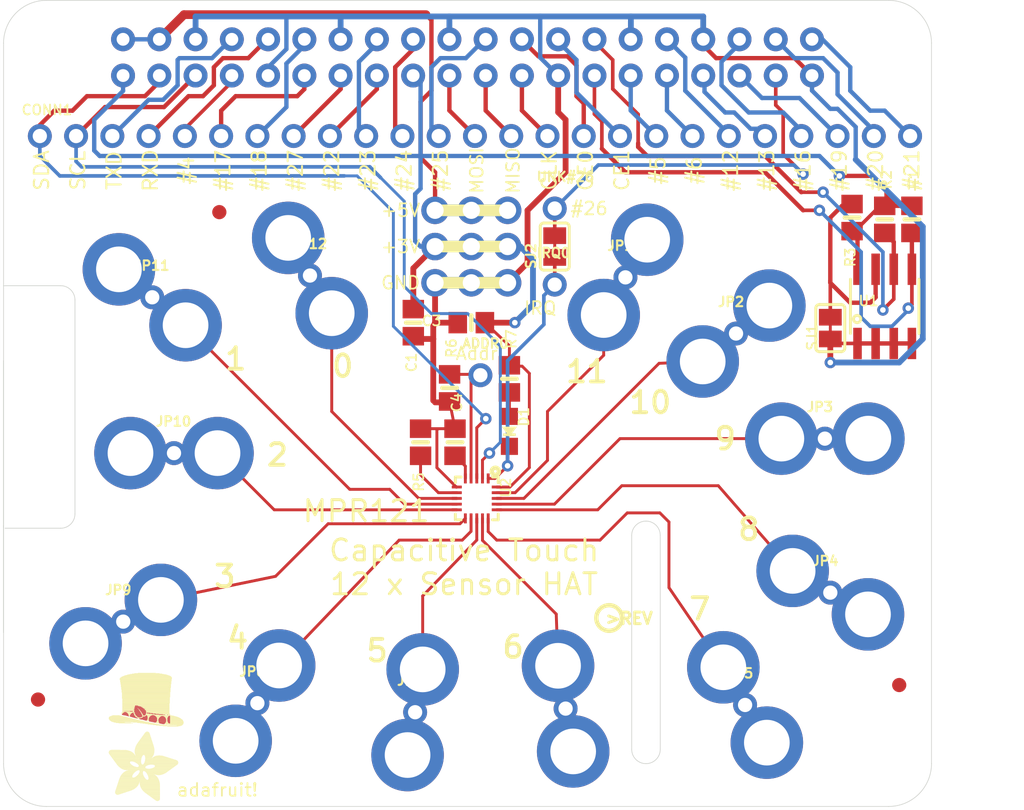
<source format=kicad_pcb>
(kicad_pcb (version 20211014) (generator pcbnew)
  (layers (0 "F.Cu" signal) (31 "B.Cu" signal) (34 "B.Paste" user) (35 "F.Paste" user) (36 "B.SilkS" user "B.Silkscreen") (37 "F.SilkS" user "F.Silkscreen") (38 "B.Mask" user) (39 "F.Mask" user) (44 "Edge.Cuts" user))
  (net 0 "")
  (net 1 "5.0V")
  (net 2 "SDA")
  (net 3 "SCL")
  (net 4 "GPIO4")
  (net 5 "GPIO17")
  (net 6 "GPIO27")
  (net 7 "GPIO22")
  (net 8 "SPI_MOSI")
  (net 9 "SPI_MISO")
  (net 10 "SPI_SCLK")
  (net 11 "GPIO5")
  (net 12 "GPIO6")
  (net 13 "GPIO13")
  (net 14 "GPIO19")
  (net 15 "GPIO26")
  (net 16 "3.3V")
  (net 17 "GND")
  (net 18 "TXD")
  (net 19 "RXD")
  (net 20 "GPIO18")
  (net 21 "GPIO24")
  (net 22 "GPIO25")
  (net 23 "SPI_CE0")
  (net 24 "SPI_CE1")
  (net 25 "EECLK")
  (net 26 "GPIO16")
  (net 27 "GPIO20")
  (net 28 "GPIO21")
  (net 29 "GPIO23")
  (net 30 "EEDATA")
  (net 31 "GPIO12")
  (net 32 "N$16")
  (net 33 "N$114")
  (net 34 "N$115")
  (net 35 "IRQ")
  (net 36 "ELEC0")
  (net 37 "ELEC1")
  (net 38 "ELEC2")
  (net 39 "ELEC3")
  (net 40 "ELEC4")
  (net 41 "ELEC5")
  (net 42 "ELEC6")
  (net 43 "ELEC7")
  (net 44 "ELEC8")
  (net 45 "ELEC9")
  (net 46 "ELEC10")
  (net 47 "ELEC11")
  (net 48 "N$116")
  (net 49 "ADDR")
  (footprint "boardEagle:0805-NO" (layer "F.Cu") (at 144.7031 99.3446 -90)
    (fp_text reference "C1")
    (fp_text value "10uF")
  )
  (footprint "boardEagle:FIDUCIAL_1MM" (layer "F.Cu") (at 131.1141 91.5976)
    (fp_text reference "FID1" hide)
    (fp_text value "FIDUCIAL\"\"" hide)
  )
  (footprint "boardEagle:SOIC8_150MIL" (layer "F.Cu") (at 177.7231 98.2016)
    (fp_text reference "U1")
    (fp_text value "CAT24C32")
  )
  (footprint "boardEagle:ALLIGATORCLIP" (layer "F.Cu") (at 127.9391 108.4886 90)
    (fp_text reference "AL3" hide)
    (fp_text value "ALLIGATORCLIP_MICRO" hide)
  )
  (footprint "boardEagle:ALLIGATORCLIP" (layer "F.Cu") (at 133.7811 126.0146 150)
    (fp_text reference "AL5" hide)
    (fp_text value "ALLIGATORCLIP_MICRO" hide)
  )
  (footprint "boardEagle:1X01_ROUND" (layer "F.Cu") (at 124.3831 120.2996)
    (fp_text reference "JP9")
    (fp_text value "")
  )
  (footprint "boardEagle:1X01_ROUND" (layer "F.Cu") (at 173.9131 118.2676)
    (fp_text reference "JP4")
    (fp_text value "")
  )
  (footprint "boardEagle:1X01_ROUND" (layer "F.Cu") (at 155.3711 126.3956)
    (fp_text reference "JP6")
    (fp_text value "")
  )
  (footprint "boardEagle:0805-NO" (layer "F.Cu") (at 148.7671 99.3446 180)
    (fp_text reference "C3")
    (fp_text value "0.1uF")
  )
  (footprint "boardEagle:ALLIGATORCLIP" (layer "F.Cu") (at 167.3091 100.1066 130)
    (fp_text reference "AL11" hide)
    (fp_text value "ALLIGATORCLIP_MICRO" hide)
  )
  (footprint "boardEagle:1X01_ROUND" (layer "F.Cu") (at 133.7811 126.0146)
    (fp_text reference "JP8")
    (fp_text value "")
  )
  (footprint "boardEagle:0805-NO" (layer "F.Cu") (at 147.6241 107.7266 90)
    (fp_text reference "C4")
    (fp_text value "0.1uF")
  )
  (footprint "boardEagle:0805-NO" (layer "F.Cu") (at 147.2431 103.9166 90)
    (fp_text reference "R6")
    (fp_text value "100K")
  )
  (footprint "boardEagle:1X01_ROUND" (layer "F.Cu") (at 149.4021 103.0276)
    (fp_text reference "ADDR0")
    (fp_text value "")
  )
  (footprint "boardEagle:PCBFEAT-REV-040" (layer "F.Cu") (at 158.4191 120.0456)
    (fp_text reference "U$6" hide)
    (fp_text value "" hide)
  )
  (footprint "boardEagle:ALLIGATORCLIP" (layer "F.Cu") (at 126.4151 97.5666 -130)
    (fp_text reference "AL2" hide)
    (fp_text value "ALLIGATORCLIP_MICRO" hide)
  )
  (footprint "boardEagle:0805-NO" (layer "F.Cu") (at 177.7231 92.1056 90)
    (fp_text reference "R2")
    (fp_text value "3.9K")
  )
  (footprint "boardEagle:QFN20_3MM_NOTHERMAL" (layer "F.Cu") (at 149.1481 111.6636 -90)
    (fp_text reference "U2")
    (fp_text value "MPR121")
  )
  (footprint "boardEagle:ALLIGATORCLIP" (layer "F.Cu") (at 173.5321 107.4726 90)
    (fp_text reference "AL10" hide)
    (fp_text value "ALLIGATORCLIP_MICRO" hide)
  )
  (footprint "boardEagle:ALLIGATORCLIP" (layer "F.Cu") (at 124.3831 120.2996 120)
    (fp_text reference "AL4" hide)
    (fp_text value "ALLIGATORCLIP_MICRO" hide)
  )
  (footprint "boardEagle:ALLIGATORCLIP" (layer "F.Cu") (at 155.3711 126.3956 -170)
    (fp_text reference "AL7" hide)
    (fp_text value "ALLIGATORCLIP_MICRO" hide)
  )
  (footprint "boardEagle:1X01_ROUND" (layer "F.Cu") (at 144.8301 126.6496)
    (fp_text reference "JP7")
    (fp_text value "")
  )
  (footprint "boardEagle:1X01_ROUND" (layer "F.Cu") (at 154.6091 96.6776)
    (fp_text reference "IRQ0")
    (fp_text value "")
  )
  (footprint "boardEagle:ALLIGATORCLIP" (layer "F.Cu") (at 137.4641 96.0426 -150)
    (fp_text reference "AL1" hide)
    (fp_text value "ALLIGATORCLIP_MICRO" hide)
  )
  (footprint "boardEagle:FIDUCIAL_1MM" (layer "F.Cu") (at 118.4141 125.7606)
    (fp_text reference "FID3" hide)
    (fp_text value "FIDUCIAL\"\"" hide)
  )
  (footprint "boardEagle:0805-NO" (layer "F.Cu") (at 151.4341 103.2816 90)
    (fp_text reference "R7")
    (fp_text value "1K")
  )
  (footprint "boardEagle:PI_HAT_SLOTS" (layer "F.Cu") (at 116.0011 133.2536)
    (fp_text reference "RPI1" hide)
    (fp_text value "RASPBERRYPI_BPLUS_HATSLOTS" hide)
    (fp_line (start 62 -56.5) (end 3 -56.5) (layer "Edge.Cuts") (width 0.05))
    (fp_line (start 46 -19) (end 46 -4) (layer "Edge.Cuts") (width 0.05))
    (fp_line (start 4 -36.5) (end 0 -36.5) (layer "Edge.Cuts") (width 0.05))
    (fp_line (start 0.1 -19.5) (end 4 -19.5) (layer "Edge.Cuts") (width 0.05))
    (fp_line (start 65 -3) (end 65 -53.5) (layer "Edge.Cuts") (width 0.05))
    (fp_line (start 3 0) (end 62 0) (layer "Edge.Cuts") (width 0.05))
    (fp_line (start 44 -4) (end 44 -19) (layer "Edge.Cuts") (width 0.05))
    (fp_line (start 0 -53.5) (end 0 -3) (layer "Edge.Cuts") (width 0.05))
    (fp_line (start 5 -20.5) (end 5 -35.5) (layer "Edge.Cuts") (width 0.05))
    (fp_arc (start 45 -3) (mid 44.292893 -3.292893) (end 44 -4) (layer "Edge.Cuts") (width 0.05))
    (fp_arc (start 0 -53.5) (mid 0.87868 -55.62132) (end 3 -56.5) (layer "Edge.Cuts") (width 0.05))
    (fp_arc (start 4 -36.5) (mid 4.707107 -36.207107) (end 5 -35.5) (layer "Edge.Cuts") (width 0.05))
    (fp_arc (start 45 -20) (mid 45.707107 -19.707107) (end 46 -19) (layer "Edge.Cuts") (width 0.05))
    (fp_arc (start 46 -4) (mid 45.707107 -3.292893) (end 45 -3) (layer "Edge.Cuts") (width 0.05))
    (fp_arc (start 65 -3) (mid 64.12132 -0.87868) (end 62 0) (layer "Edge.Cuts") (width 0.05))
    (fp_arc (start 62 -56.5) (mid 64.12132 -55.62132) (end 65 -53.5) (layer "Edge.Cuts") (width 0.05))
    (fp_arc (start 3 0) (mid 0.87868 -0.87868) (end 0 -3) (layer "Edge.Cuts") (width 0.05))
    (fp_arc (start 44 -19) (mid 44.292893 -19.707107) (end 45 -20) (layer "Edge.Cuts") (width 0.05))
    (fp_arc (start 5 -20.5) (mid 4.707107 -19.792893) (end 4 -19.5) (layer "Edge.Cuts") (width 0.05))
  )
  (footprint "boardEagle:SOLDERJUMPER_CLOSEDWIRE" (layer "F.Cu") (at 173.9131 99.7256 90)
    (fp_text reference "SJ1")
    (fp_text value "WP")
  )
  (footprint "boardEagle:ALLIGATORCLIP" (layer "F.Cu") (at 159.5621 96.1696 150)
    (fp_text reference "AL12" hide)
    (fp_text value "ALLIGATORCLIP_MICRO" hide)
  )
  (footprint "boardEagle:1X01_ROUND" (layer "F.Cu") (at 126.4151 97.5666)
    (fp_text reference "JP11")
    (fp_text value "")
  )
  (footprint "boardEagle:1X25_ROUND_70MIL" (layer "F.Cu") (at 149.0211 86.2636)
    (fp_text reference "CONN1")
    (fp_text value "HEADER-1X25")
  )
  (footprint "boardEagle:1X01_ROUND" (layer "F.Cu") (at 154.6091 91.3436)
    (fp_text reference "UNK#26")
    (fp_text value "")
  )
  (footprint "boardEagle:0805-NO" (layer "F.Cu") (at 179.6281 92.1056 90)
    (fp_text reference "R1")
    (fp_text value "3.9K")
  )
  (footprint "boardEagle:1X01_ROUND" (layer "F.Cu") (at 167.3091 100.1066)
    (fp_text reference "JP2")
    (fp_text value "")
  )
  (footprint "boardEagle:ALLIGATORCLIP" (layer "F.Cu") (at 173.9131 118.2676 -120)
    (fp_text reference "AL9" hide)
    (fp_text value "ALLIGATORCLIP_MICRO" hide)
  )
  (footprint "boardEagle:ADAFRUIT_5MM" (layer "F.Cu") (at 123.3671 132.8726)
    (fp_text reference "U$51" hide)
    (fp_text value "" hide)
  )
  (footprint "boardEagle:FIDUCIAL_1MM" (layer "F.Cu") (at 178.7391 124.7446)
    (fp_text reference "FID2" hide)
    (fp_text value "FIDUCIAL\"\"" hide)
  )
  (footprint "boardEagle:1X01_ROUND" (layer "F.Cu") (at 137.4641 96.0426)
    (fp_text reference "JP12")
    (fp_text value "")
  )
  (footprint "boardEagle:ALLIGATORCLIP" (layer "F.Cu") (at 167.9441 126.1416 -150)
    (fp_text reference "AL8" hide)
    (fp_text value "ALLIGATORCLIP_MICRO" hide)
  )
  (footprint "boardEagle:PIHATLOGO" (layer "F.Cu") (at 123.3671 127.6656)
    (fp_text reference "U$5" hide)
    (fp_text value "" hide)
  )
  (footprint "boardEagle:ALLIGATORCLIP" (layer "F.Cu") (at 144.8301 126.6496 170)
    (fp_text reference "AL6" hide)
    (fp_text value "ALLIGATORCLIP_MICRO" hide)
  )
  (footprint "boardEagle:1X01_ROUND" (layer "F.Cu") (at 173.5321 107.4726)
    (fp_text reference "JP3")
    (fp_text value "")
  )
  (footprint "boardEagle:1X01_ROUND" (layer "F.Cu") (at 167.9441 126.1416)
    (fp_text reference "JP5")
    (fp_text value "")
  )
  (footprint "boardEagle:0805-NO" (layer "F.Cu") (at 145.2111 107.7266 -90)
    (fp_text reference "R5")
    (fp_text value "75K")
  )
  (footprint "boardEagle:1X01_ROUND" (layer "F.Cu") (at 159.5621 96.1696)
    (fp_text reference "JP1")
    (fp_text value "")
  )
  (footprint "boardEagle:CHIPLED_0805_NOOUTLINE" (layer "F.Cu") (at 151.4341 106.9646 180)
    (fp_text reference "D1")
    (fp_text value "RED")
  )
  (footprint "boardEagle:SOLDERJUMPER_CLOSEDWIRE" (layer "F.Cu") (at 154.6091 94.0106 90)
    (fp_text reference "SJ2")
    (fp_text value "")
  )
  (footprint "boardEagle:0805-NO" (layer "F.Cu") (at 175.4371 91.9786 -90)
    (fp_text reference "R3")
    (fp_text value "3.9K")
  )
  (footprint "boardEagle:1X01_ROUND" (layer "F.Cu") (at 127.9391 108.4886)
    (fp_text reference "JP10")
    (fp_text value "")
  )
  (gr_line (start 146.2271 94.0106) (end 151.3071 94.0106) (layer "F.SilkS") (width 0.8128))
  (gr_line (start 146.2271 96.5506) (end 151.3071 96.5506) (layer "F.SilkS") (width 0.8128))
  (gr_line (start 146.2271 91.4706) (end 151.4341 91.4706) (layer "F.SilkS") (width 0.8128))
  (gr_line (start 116.0011 113.6956) (end 116.0011 113.5686) (layer "Edge.Cuts") (width 0.05))
  (gr_line (start 116.0011 121.0616) (end 116.0011 102.0116) (layer "Edge.Cuts") (width 0.05))
  (gr_text "8" (at 167.3091 114.7116) (layer "F.SilkS") (effects (font (size 1.5113 1.5113) (thickness 0.2667)) (justify left bottom)))
  (gr_text "RXD" (at 126.2881 88.6766 90) (layer "F.SilkS") (effects (font (size 1.00584 1.00584) (thickness 0.13716))))
  (gr_text "#24" (at 144.0681 88.6766 90) (layer "F.SilkS") (effects (font (size 1.00584 1.00584) (thickness 0.13716))))
  (gr_text "#17" (at 131.3681 88.6766 90) (layer "F.SilkS") (effects (font (size 1.00584 1.00584) (thickness 0.13716))))
  (gr_text "#16" (at 172.0081 88.6766 90) (layer "F.SilkS") (effects (font (size 1.00584 1.00584) (thickness 0.13716))))
  (gr_text "Addr" (at 149.1481 101.5036) (layer "F.SilkS") (effects (font (size 0.89408 0.89408) (thickness 0.12192))))
  (gr_text "TXD" (at 123.7481 88.6766 90) (layer "F.SilkS") (effects (font (size 1.00584 1.00584) (thickness 0.13716))))
  (gr_text "11" (at 155.2441 103.6626) (layer "F.SilkS") (effects (font (size 1.5113 1.5113) (thickness 0.2667)) (justify left bottom)))
  (gr_text "#26" (at 157.0221 91.3436) (layer "F.SilkS") (effects (font (size 0.89408 0.89408) (thickness 0.12192))))
  (gr_text "#6" (at 164.3881 88.6766 90) (layer "F.SilkS") (effects (font (size 1.00584 1.00584) (thickness 0.13716))))
  (gr_text "#22" (at 138.9881 88.6766 90) (layer "F.SilkS") (effects (font (size 1.00584 1.00584) (thickness 0.13716))))
  (gr_text "SDA" (at 118.6681 88.6766 90) (layer "F.SilkS") (effects (font (size 1.00584 1.00584) (thickness 0.13716))))
  (gr_text "SCL" (at 121.2081 88.6766 90) (layer "F.SilkS") (effects (font (size 1.00584 1.00584) (thickness 0.13716))))
  (gr_text "0" (at 138.8611 103.2816) (layer "F.SilkS") (effects (font (size 1.5113 1.5113) (thickness 0.2667)) (justify left bottom)))
  (gr_text "#25" (at 146.6081 88.6766 90) (layer "F.SilkS") (effects (font (size 1.00584 1.00584) (thickness 0.13716))))
  (gr_text "MOSI" (at 149.1481 88.6766 90) (layer "F.SilkS") (effects (font (size 0.89408 0.89408) (thickness 0.12192))))
  (gr_text "#19" (at 174.5481 88.6766 90) (layer "F.SilkS") (effects (font (size 1.00584 1.00584) (thickness 0.13716))))
  (gr_text "CE1" (at 159.3081 88.6766 90) (layer "F.SilkS") (effects (font (size 1.00584 1.00584) (thickness 0.13716))))
  (gr_text "GND" (at 143.8141 96.5506) (layer "F.SilkS") (effects (font (size 0.89408 0.89408) (thickness 0.12192))))
  (gr_text "2" (at 134.2891 109.5046) (layer "F.SilkS") (effects (font (size 1.5113 1.5113) (thickness 0.2667)) (justify left bottom)))
  (gr_text "9" (at 165.6581 108.3616) (layer "F.SilkS") (effects (font (size 1.5113 1.5113) (thickness 0.2667)) (justify left bottom)))
  (gr_text "IRQ" (at 153.5931 98.3286) (layer "F.SilkS") (effects (font (size 0.89408 0.89408) (thickness 0.12192))))
  (gr_text "#20" (at 177.0881 88.6766 90) (layer "F.SilkS") (effects (font (size 1.00584 1.00584) (thickness 0.13716))))
  (gr_text "1" (at 131.3681 102.7736) (layer "F.SilkS") (effects (font (size 1.5113 1.5113) (thickness 0.2667)) (justify left bottom)))
  (gr_text "#4" (at 128.8281 88.6766 90) (layer "F.SilkS") (effects (font (size 1.00584 1.00584) (thickness 0.13716))))
  (gr_text "5" (at 141.2741 123.2206) (layer "F.SilkS") (effects (font (size 1.5113 1.5113) (thickness 0.2667)) (justify left bottom)))
  (gr_text "#5" (at 161.8481 88.6766 90) (layer "F.SilkS") (effects (font (size 1.00584 1.00584) (thickness 0.13716))))
  (gr_text "+5V" (at 143.8141 91.4706) (layer "F.SilkS") (effects (font (size 0.89408 0.89408) (thickness 0.12192))))
  (gr_text "6" (at 150.7991 122.9666) (layer "F.SilkS") (effects (font (size 1.5113 1.5113) (thickness 0.2667)) (justify left bottom)))
  (gr_text "#12" (at 166.9281 88.6766 90) (layer "F.SilkS") (effects (font (size 1.00584 1.00584) (thickness 0.13716))))
  (gr_text "#13" (at 169.4681 88.6766 90) (layer "F.SilkS") (effects (font (size 1.00584 1.00584) (thickness 0.13716))))
  (gr_text "#27" (at 136.4481 88.6766 90) (layer "F.SilkS") (effects (font (size 1.00584 1.00584) (thickness 0.13716))))
  (gr_text "10" (at 159.6891 105.8216) (layer "F.SilkS") (effects (font (size 1.5113 1.5113) (thickness 0.2667)) (justify left bottom)))
  (gr_text "CLK" (at 154.2281 88.6766 90) (layer "F.SilkS") (effects (font (size 1.00584 1.00584) (thickness 0.13716))))
  (gr_text "#21" (at 179.6281 88.6766 90) (layer "F.SilkS") (effects (font (size 1.00584 1.00584) (thickness 0.13716))))
  (gr_text "+3V" (at 143.8141 94.0106) (layer "F.SilkS") (effects (font (size 0.89408 0.89408) (thickness 0.12192))))
  (gr_text "MPR121" (at 141.4011 112.5526) (layer "F.SilkS") (effects (font (size 1.475232 1.475232) (thickness 0.201168))))
  (gr_text "3" (at 130.6061 118.0136) (layer "F.SilkS") (effects (font (size 1.5113 1.5113) (thickness 0.2667)) (justify left bottom)))
  (gr_text "adafruit!" (at 128.0661 132.6186) (layer "F.SilkS") (effects (font (size 0.89408 0.89408) (thickness 0.12192)) (justify left bottom)))
  (gr_text "#23" (at 141.5281 88.6766 90) (layer "F.SilkS") (effects (font (size 1.00584 1.00584) (thickness 0.13716))))
  (gr_text "Capacitive Touch\n12 x Sensor HAT" (at 148.2591 116.4896) (layer "F.SilkS") (effects (font (size 1.475232 1.475232) (thickness 0.201168))))
  (gr_text "#18" (at 133.9081 88.6766 90) (layer "F.SilkS") (effects (font (size 1.00584 1.00584) (thickness 0.13716))))
  (gr_text "MISO" (at 151.6881 88.6766 90) (layer "F.SilkS") (effects (font (size 0.89408 0.89408) (thickness 0.12192))))
  (gr_text "7" (at 163.8801 120.2996) (layer "F.SilkS") (effects (font (size 1.5113 1.5113) (thickness 0.2667)) (justify left bottom)))
  (gr_text "CE0" (at 156.7681 88.6766 90) (layer "F.SilkS") (effects (font (size 1.00584 1.00584) (thickness 0.13716))))
  (gr_text "4" (at 131.4951 122.3316) (layer "F.SilkS") (effects (font (size 1.5113 1.5113) (thickness 0.2667)) (justify left bottom)))
  (segment (start 126.9111 79.4836) (end 128.6401 77.7546) (width 0.6096) (layer "F.Cu") (net 1))
  (segment (start 145.2111 87.7876) (end 145.2111 83.8506) (width 0.3048) (layer "F.Cu") (net 1))
  (segment (start 145.9731 78.1356) (end 145.5921 77.7546) (width 0.3048) (layer "F.Cu") (net 1))
  (segment (start 145.9731 83.0886) (end 145.9731 78.1356) (width 0.3048) (layer "F.Cu") (net 1))
  (segment (start 128.6401 77.7546) (end 145.5921 77.7546) (width 0.6096) (layer "F.Cu") (net 1))
  (segment (start 146.2271 88.8036) (end 145.2111 87.7876) (width 0.3048) (layer "F.Cu") (net 1))
  (segment (start 145.2111 83.8506) (end 145.9731 83.0886) (width 0.3048) (layer "F.Cu") (net 1))
  (segment (start 146.2271 91.4706) (end 146.2271 88.8036) (width 0.3048) (layer "F.Cu") (net 1))
  (via (at 146.2271 91.4706) (size 1.9304) (drill 1.2) (layers "F.Cu" "B.Cu") (net 1))
  (via (at 148.7671 91.4706) (size 1.9304) (drill 1.2) (layers "F.Cu" "B.Cu") (net 1))
  (via (at 151.3071 91.4706) (size 1.9304) (drill 1.2) (layers "F.Cu" "B.Cu") (net 1))
  (segment (start 151.3071 91.4706) (end 148.7671 91.4706) (width 0.8128) (layer "B.Cu") (net 1))
  (segment (start 126.9111 79.4836) (end 124.3711 79.4836) (width 0.3048) (layer "B.Cu") (net 1))
  (segment (start 148.7671 91.4706) (end 146.2271 91.4706) (width 0.8128) (layer "B.Cu") (net 1))
  (segment (start 120.8271 84.4856) (end 121.8431 83.4696) (width 0.3048) (layer "F.Cu") (net 2))
  (segment (start 126.9111 82.4656) (end 126.9111 82.0236) (width 0.3048) (layer "F.Cu") (net 2))
  (segment (start 121.8431 83.4696) (end 125.9071 83.4696) (width 0.3048) (layer "F.Cu") (net 2))
  (segment (start 119.5571 84.4856) (end 120.8271 84.4856) (width 0.3048) (layer "F.Cu") (net 2))
  (segment (start 125.9071 83.4696) (end 126.9111 82.4656) (width 0.3048) (layer "F.Cu") (net 2))
  (segment (start 149.1481 106.7106) (end 149.7831 106.0756) (width 0.2032) (layer "F.Cu") (net 2))
  (segment (start 118.5411 85.5016) (end 119.5571 84.4856) (width 0.3048) (layer "F.Cu") (net 2))
  (segment (start 118.5411 86.2636) (end 118.5411 85.5016) (width 0.3048) (layer "F.Cu") (net 2))
  (segment (start 149.1481 110.2636) (end 149.1481 106.7106) (width 0.2032) (layer "F.Cu") (net 2))
  (via (at 149.7831 106.0756) (size 0.8001) (drill 0.3937) (layers "F.Cu" "B.Cu") (net 2))
  (segment (start 149.7831 106.0756) (end 143.3061 99.5986) (width 0.2032) (layer "B.Cu") (net 2))
  (segment (start 118.5411 85.7556) (end 118.5411 86.2636) (width 0.254) (layer "B.Cu") (net 2))
  (segment (start 143.3061 91.5976) (end 140.7661 89.0576) (width 0.2032) (layer "B.Cu") (net 2))
  (segment (start 140.7661 89.0576) (end 139.8771 89.0576) (width 0.2032) (layer "B.Cu") (net 2))
  (segment (start 119.9381 89.0576) (end 118.5411 87.6606) (width 0.254) (layer "B.Cu") (net 2))
  (segment (start 139.8771 89.0576) (end 119.9381 89.0576) (width 0.254) (layer "B.Cu") (net 2))
  (segment (start 143.3061 99.5986) (end 143.3061 91.5976) (width 0.2032) (layer "B.Cu") (net 2))
  (segment (start 118.5411 87.6606) (end 118.5411 86.2636) (width 0.254) (layer "B.Cu") (net 2))
  (segment (start 149.5481 110.2636) (end 149.5481 108.9776) (width 0.2032) (layer "F.Cu") (net 3))
  (segment (start 121.0811 86.2636) (end 123.1131 84.2316) (width 0.3048) (layer "F.Cu") (net 3))
  (segment (start 123.1131 84.2316) (end 127.2431 84.2316) (width 0.3048) (layer "F.Cu") (net 3))
  (segment (start 127.2431 84.2316) (end 129.4511 82.0236) (width 0.3048) (layer "F.Cu") (net 3))
  (segment (start 149.5481 108.9776) (end 150.0371 108.4886) (width 0.2032) (layer "F.Cu") (net 3))
  (via (at 150.0371 108.4886) (size 0.8001) (drill 0.3937) (layers "F.Cu" "B.Cu") (net 3))
  (segment (start 145.9731 98.7096) (end 144.0681 96.8046) (width 0.2032) (layer "B.Cu") (net 3))
  (segment (start 144.0681 96.8046) (end 144.0681 90.8356) (width 0.2032) (layer "B.Cu") (net 3))
  (segment (start 121.4621 88.4226) (end 121.0811 88.0416) (width 0.254) (layer "B.Cu") (net 3))
  (segment (start 150.7991 100.9956) (end 148.5131 98.7096) (width 0.2032) (layer "B.Cu") (net 3))
  (segment (start 150.0371 108.4886) (end 150.7991 107.7266) (width 0.2032) (layer "B.Cu") (net 3))
  (segment (start 150.7991 107.7266) (end 150.7991 100.9956) (width 0.2032) (layer "B.Cu") (net 3))
  (segment (start 148.5131 98.7096) (end 145.9731 98.7096) (width 0.2032) (layer "B.Cu") (net 3))
  (segment (start 141.6551 88.4226) (end 121.4621 88.4226) (width 0.254) (layer "B.Cu") (net 3))
  (segment (start 142.4171 89.1846) (end 141.6551 88.4226) (width 0.254) (layer "B.Cu") (net 3))
  (segment (start 144.0681 90.8356) (end 142.4171 89.1846) (width 0.2032) (layer "B.Cu") (net 3))
  (segment (start 121.0811 88.0416) (end 121.0811 86.2636) (width 0.254) (layer "B.Cu") (net 3))
  (segment (start 128.7011 85.7556) (end 128.7011 86.2636) (width 0.254) (layer "F.Cu") (net 4))
  (segment (start 131.9911 82.4656) (end 128.7011 85.7556) (width 0.254) (layer "F.Cu") (net 4))
  (segment (start 131.9911 82.4656) (end 131.9911 82.0236) (width 0.3048) (layer "F.Cu") (net 4))
  (segment (start 137.0711 82.9736) (end 137.0711 82.0236) (width 0.3048) (layer "F.Cu") (net 5))
  (segment (start 132.2571 83.4696) (end 136.5751 83.4696) (width 0.3048) (layer "F.Cu") (net 5))
  (segment (start 136.5751 83.4696) (end 137.0711 82.9736) (width 0.3048) (layer "F.Cu") (net 5))
  (segment (start 131.2411 86.2636) (end 131.2411 84.4856) (width 0.3048) (layer "F.Cu") (net 5))
  (segment (start 131.2411 84.4856) (end 132.2571 83.4696) (width 0.3048) (layer "F.Cu") (net 5))
  (segment (start 136.3211 86.2636) (end 139.6111 82.9736) (width 0.3048) (layer "F.Cu") (net 6))
  (segment (start 139.6111 82.9736) (end 139.6111 82.0236) (width 0.3048) (layer "F.Cu") (net 6))
  (segment (start 142.1511 82.9736) (end 142.1511 82.0236) (width 0.3048) (layer "F.Cu") (net 7))
  (segment (start 138.8611 86.2636) (end 142.1511 82.9736) (width 0.3048) (layer "F.Cu") (net 7))
  (segment (start 149.0211 86.2636) (end 147.2311 84.4736) (width 0.3048) (layer "F.Cu") (net 8))
  (segment (start 147.2311 84.4736) (end 147.2311 82.0236) (width 0.3048) (layer "F.Cu") (net 8))
  (segment (start 151.5611 86.2636) (end 149.7711 84.4736) (width 0.3048) (layer "F.Cu") (net 9))
  (segment (start 149.7711 84.4736) (end 149.7711 82.0236) (width 0.3048) (layer "F.Cu") (net 9))
  (segment (start 154.1011 86.2636) (end 152.3111 84.4736) (width 0.3048) (layer "F.Cu") (net 10))
  (segment (start 152.3111 84.4736) (end 152.3111 82.0236) (width 0.3048) (layer "F.Cu") (net 10))
  (segment (start 159.9311 82.0236) (end 159.9311 84.4736) (width 0.3048) (layer "B.Cu") (net 11))
  (segment (start 159.9311 84.4736) (end 161.7211 86.2636) (width 0.3048) (layer "B.Cu") (net 11))
  (segment (start 162.4711 84.4736) (end 164.2611 86.2636) (width 0.3048) (layer "B.Cu") (net 12))
  (segment (start 162.4711 82.0236) (end 162.4711 84.4736) (width 0.3048) (layer "B.Cu") (net 12))
  (segment (start 167.1821 84.6126) (end 168.3251 85.7556) (width 0.3048) (layer "B.Cu") (net 13))
  (segment (start 168.8331 85.7556) (end 169.3411 86.2636) (width 0.3048) (layer "B.Cu") (net 13))
  (segment (start 165.1011 83.1666) (end 166.5471 84.6126) (width 0.3048) (layer "B.Cu") (net 13))
  (segment (start 168.3251 85.7556) (end 168.8331 85.7556) (width 0.3048) (layer "B.Cu") (net 13))
  (segment (start 165.1011 82.0236) (end 165.1011 83.1666) (width 0.3048) (layer "B.Cu") (net 13))
  (segment (start 165.0111 82.0236) (end 165.1011 82.0236) (width 0.3048) (layer "B.Cu") (net 13))
  (segment (start 166.5471 84.6126) (end 167.1821 84.6126) (width 0.3048) (layer "B.Cu") (net 13))
  (segment (start 171.7541 83.5966) (end 174.4211 86.2636) (width 0.3048) (layer "B.Cu") (net 14))
  (segment (start 167.5511 82.0236) (end 169.1241 83.5966) (width 0.3048) (layer "B.Cu") (net 14))
  (segment (start 169.1241 83.5966) (end 171.7541 83.5966) (width 0.3048) (layer "B.Cu") (net 14))
  (segment (start 170.0911 84.0926) (end 170.0911 82.0236) (width 0.254) (layer "F.Cu") (net 15))
  (segment (start 172.0081 88.9306) (end 170.6111 87.5336) (width 0.254) (layer "F.Cu") (net 15))
  (segment (start 154.6091 91.3436) (end 154.6091 93.2486) (width 0.254) (layer "F.Cu") (net 15))
  (segment (start 170.6111 87.5336) (end 170.6111 84.6126) (width 0.254) (layer "F.Cu") (net 15))
  (segment (start 170.6111 84.6126) (end 170.0911 84.0926) (width 0.254) (layer "F.Cu") (net 15))
  (via (at 172.0081 88.9306) (size 0.8001) (drill 0.3937) (layers "F.Cu" "B.Cu") (net 15))
  (segment (start 157.6571 88.2956) (end 171.3731 88.2956) (width 0.254) (layer "B.Cu") (net 15))
  (segment (start 171.3731 88.2956) (end 172.0081 88.9306) (width 0.254) (layer "B.Cu") (net 15))
  (segment (start 154.6091 91.3436) (end 157.6571 88.2956) (width 0.254) (layer "B.Cu") (net 15))
  (segment (start 146.2271 94.0106) (end 144.7031 95.5346) (width 0.4064) (layer "F.Cu") (net 16))
  (segment (start 179.6281 91.1556) (end 177.7231 91.1556) (width 0.3048) (layer "F.Cu") (net 16))
  (segment (start 175.8181 92.7406) (end 177.4031 91.1556) (width 0.254) (layer "F.Cu") (net 16))
  (segment (start 151.5001 102.3926) (end 151.4341 102.3316) (width 0.2032) (layer "F.Cu") (net 16))
  (segment (start 151.4341 100.9616) (end 149.7171 99.3446) (width 0.2032) (layer "F.Cu") (net 16))
  (segment (start 152.8311 109.5046) (end 152.8311 102.9006) (width 0.2032) (layer "F.Cu") (net 16))
  (segment (start 175.4371 92.9286) (end 175.8181 92.7406) (width 0.254) (layer "F.Cu") (net 16))
  (segment (start 151.4341 102.3316) (end 151.4341 100.9616) (width 0.2032) (layer "F.Cu") (net 16))
  (segment (start 177.8501 91.0286) (end 177.7231 91.1556) (width 0.3048) (layer "F.Cu") (net 16))
  (segment (start 144.7031 95.5346) (end 144.7031 98.3946) (width 0.4064) (layer "F.Cu") (net 16))
  (segment (start 177.4031 91.1556) (end 177.7231 91.1556) (width 0.254) (layer "F.Cu") (net 16))
  (segment (start 150.5481 110.8636) (end 151.4721 110.8636) (width 0.2032) (layer "F.Cu") (net 16))
  (segment (start 174.5481 89.0576) (end 176.8341 89.0576) (width 0.3048) (layer "F.Cu") (net 16))
  (segment (start 152.3231 102.3926) (end 151.5001 102.3926) (width 0.2032) (layer "F.Cu") (net 16))
  (segment (start 149.7171 99.3446) (end 151.8151 99.3446) (width 0.4064) (layer "F.Cu") (net 16))
  (segment (start 176.8341 89.0576) (end 177.8501 90.0736) (width 0.3048) (layer "F.Cu") (net 16))
  (segment (start 175.8181 93.3096) (end 175.4371 92.9286) (width 0.3048) (layer "F.Cu") (net 16))
  (segment (start 151.4721 110.8636) (end 152.8311 109.5046) (width 0.2032) (layer "F.Cu") (net 16))
  (segment (start 177.8501 90.0736) (end 177.8501 91.0286) (width 0.3048) (layer "F.Cu") (net 16))
  (segment (start 152.8311 102.9006) (end 152.3231 102.3926) (width 0.2032) (layer "F.Cu") (net 16))
  (segment (start 175.8181 95.6016) (end 175.8181 93.3096) (width 0.3048) (layer "F.Cu") (net 16))
  (via (at 146.2271 94.0106) (size 1.9304) (drill 1.2) (layers "F.Cu" "B.Cu") (net 16))
  (via (at 151.3071 94.0106) (size 1.9304) (drill 1.2) (layers "F.Cu" "B.Cu") (net 16))
  (via (at 148.7671 94.0106) (size 1.9304) (drill 1.2) (layers "F.Cu" "B.Cu") (net 16))
  (via (at 151.8151 99.3446) (size 0.8001) (drill 0.3937) (layers "F.Cu" "B.Cu") (net 16))
  (via (at 174.5481 89.0576) (size 0.8001) (drill 0.3937) (layers "F.Cu" "B.Cu") (net 16))
  (segment (start 124.3711 82.0236) (end 124.3711 83.1006) (width 0.3048) (layer "B.Cu") (net 16))
  (segment (start 145.2111 89.9466) (end 144.8301 90.3276) (width 0.3048) (layer "B.Cu") (net 16))
  (segment (start 152.1961 94.0106) (end 151.3071 94.0106) (width 0.4064) (layer "B.Cu") (net 16))
  (segment (start 153.0851 98.0746) (end 153.0851 94.8996) (width 0.4064) (layer "B.Cu") (net 16))
  (segment (start 122.3511 85.1206) (end 122.3511 87.2796) (width 0.3048) (layer "B.Cu") (net 16))
  (segment (start 145.2111 82.5436) (end 145.2111 87.6606) (width 0.3048) (layer "B.Cu") (net 16))
  (segment (start 122.7321 87.6606) (end 145.2111 87.6606) (width 0.3048) (layer "B.Cu") (net 16))
  (segment (start 144.8301 90.3276) (end 144.8301 93.6296) (width 0.3048) (layer "B.Cu") (net 16))
  (segment (start 146.2271 94.0106) (end 146.8621 94.0106) (width 0.8128) (layer "B.Cu") (net 16))
  (segment (start 148.7671 94.0106) (end 151.3071 94.0106) (width 0.8128) (layer "B.Cu") (net 16))
  (segment (start 144.8301 93.6296) (end 145.2111 94.0106) (width 0.3048) (layer "B.Cu") (net 16))
  (segment (start 145.2111 87.6606) (end 173.1511 87.6606) (width 0.3048) (layer "B.Cu") (net 16))
  (segment (start 144.6911 82.0236) (end 145.2111 82.5436) (width 0.3048) (layer "B.Cu") (net 16))
  (segment (start 151.8151 99.3446) (end 153.0851 98.0746) (width 0.4064) (layer "B.Cu") (net 16))
  (segment (start 173.1511 87.6606) (end 174.5481 89.0576) (width 0.3048) (layer "B.Cu") (net 16))
  (segment (start 145.2111 87.6606) (end 145.2111 89.9466) (width 0.3048) (layer "B.Cu") (net 16))
  (segment (start 146.8621 94.0106) (end 148.7671 94.0106) (width 0.8128) (layer "B.Cu") (net 16))
  (segment (start 124.3711 83.1006) (end 122.3511 85.1206) (width 0.3048) (layer "B.Cu") (net 16))
  (segment (start 122.3511 87.2796) (end 122.7321 87.6606) (width 0.3048) (layer "B.Cu") (net 16))
  (segment (start 153.0851 94.8996) (end 152.1961 94.0106) (width 0.4064) (layer "B.Cu") (net 16))
  (segment (start 145.2111 94.0106) (end 146.8621 94.0106) (width 0.3048) (layer "B.Cu") (net 16))
  (segment (start 155.3711 85.1206) (end 155.3711 88.8036) (width 0.4064) (layer "F.Cu") (net 17))
  (segment (start 146.2271 104.9326) (end 146.1001 104.8056) (width 0.2032) (layer "F.Cu") (net 17))
  (segment (start 165.0111 79.4836) (end 165.0111 79.9016) (width 0.3048) (layer "F.Cu") (net 17))
  (segment (start 155.3711 88.8036) (end 152.7041 91.4706) (width 0.4064) (layer "F.Cu") (net 17))
  (segment (start 146.1001 99.5986) (end 146.2271 99.3446) (width 0.4064) (layer "F.Cu") (net 17))
  (segment (start 146.446981 106.7766) (end 146.3541 106.869482) (width 0.2032) (layer "F.Cu") (net 17))
  (segment (start 144.8961 100.4876) (end 146.1001 100.4876) (width 0.4064) (layer "F.Cu") (net 17))
  (segment (start 145.2111 106.7766) (end 146.446981 106.7766) (width 0.2032) (layer "F.Cu") (net 17))
  (segment (start 177.0881 100.8016) (end 175.8181 100.8016) (width 0.3048) (layer "F.Cu") (net 17))
  (segment (start 178.3581 100.8016) (end 179.6281 100.8016) (width 0.3048) (layer "F.Cu") (net 17))
  (segment (start 178.3581 100.8016) (end 177.0881 100.8016) (width 0.3048) (layer "F.Cu") (net 17))
  (segment (start 154.8511 84.6006) (end 155.3711 85.1206) (width 0.4064) (layer "F.Cu") (net 17))
  (segment (start 147.7131 110.8636) (end 147.7481 110.8636) (width 0.2032) (layer "F.Cu") (net 17))
  (segment (start 165.0111 79.9016) (end 165.9121 80.8026) (width 0.3048) (layer "F.Cu") (net 17))
  (segment (start 171.4101 80.8026) (end 172.6311 82.0236) (width 0.3048) (layer "F.Cu") (net 17))
  (segment (start 152.7041 95.1536) (end 151.3071 96.5506) (width 0.4064) (layer "F.Cu") (net 17))
  (segment (start 146.3541 106.869482) (end 146.3541 109.5046) (width 0.2032) (layer "F.Cu") (net 17))
  (segment (start 173.9131 100.4876) (end 174.2271 100.8016) (width 0.254) (layer "F.Cu") (net 17))
  (segment (start 146.446981 106.7766) (end 147.6241 106.7766) (width 0.2032) (layer "F.Cu") (net 17))
  (segment (start 146.2271 99.3446) (end 146.2271 96.5506) (width 0.4064) (layer "F.Cu") (net 17))
  (segment (start 146.2271 99.3446) (end 147.8171 99.3446) (width 0.4064) (layer "F.Cu") (net 17))
  (segment (start 146.1001 104.8056) (end 146.1001 100.4876) (width 0.4064) (layer "F.Cu") (net 17))
  (segment (start 173.9131 100.4876) (end 173.9131 102.1386) (width 0.4064) (layer "F.Cu") (net 17))
  (segment (start 174.2271 100.8016) (end 175.8181 100.8016) (width 0.254) (layer "F.Cu") (net 17))
  (segment (start 154.8511 82.0236) (end 154.8511 84.6006) (width 0.4064) (layer "F.Cu") (net 17))
  (segment (start 146.3541 109.5046) (end 147.7131 110.8636) (width 0.2032) (layer "F.Cu") (net 17))
  (segment (start 165.9121 80.8026) (end 171.4101 80.8026) (width 0.3048) (layer "F.Cu") (net 17))
  (segment (start 147.2431 104.8666) (end 147.6241 106.7766) (width 0.2032) (layer "F.Cu") (net 17))
  (segment (start 147.2431 104.8666) (end 147.5581 104.9326) (width 0.2032) (layer "F.Cu") (net 17))
  (segment (start 152.7041 91.4706) (end 152.7041 95.1536) (width 0.4064) (layer "F.Cu") (net 17))
  (segment (start 144.7031 100.2946) (end 144.8961 100.4876) (width 0.4064) (layer "F.Cu") (net 17))
  (segment (start 147.5581 104.9326) (end 146.2271 104.9326) (width 0.4064) (layer "F.Cu") (net 17))
  (segment (start 146.1001 100.4876) (end 146.1001 99.5986) (width 0.4064) (layer "F.Cu") (net 17))
  (via (at 148.7671 96.5506) (size 1.9304) (drill 1.2) (layers "F.Cu" "B.Cu") (net 17))
  (via (at 146.2271 96.5506) (size 1.9304) (drill 1.2) (layers "F.Cu" "B.Cu") (net 17))
  (via (at 173.9131 102.1386) (size 0.8001) (drill 0.3937) (layers "F.Cu" "B.Cu") (net 17))
  (via (at 151.3071 96.5506) (size 1.9304) (drill 1.2) (layers "F.Cu" "B.Cu") (net 17))
  (segment (start 159.9431 79.4836) (end 159.9311 79.4836) (width 0.4064) (layer "B.Cu") (net 17))
  (segment (start 174.4211 84.3586) (end 175.6911 85.6286) (width 0.3048) (layer "B.Cu") (net 17))
  (segment (start 148.7671 96.5506) (end 151.3071 96.5506) (width 0.8128) (layer "B.Cu") (net 17))
  (segment (start 165.0111 77.8816) (end 159.9431 77.8816) (width 0.4064) (layer "B.Cu") (net 17))
  (segment (start 159.9431 77.8816) (end 159.9431 79.4836) (width 0.4064) (layer "B.Cu") (net 17))
  (segment (start 139.6111 79.4836) (end 139.6111 77.8816) (width 0.4064) (layer "B.Cu") (net 17))
  (segment (start 153.5931 77.8816) (end 159.9431 77.8816) (width 0.4064) (layer "B.Cu") (net 17))
  (segment (start 147.2311 79.4836) (end 147.2311 77.8816) (width 0.4064) (layer "B.Cu") (net 17))
  (segment (start 135.8131 78.0086) (end 135.9401 77.8816) (width 0.3048) (layer "B.Cu") (net 17))
  (segment (start 135.8131 80.1676) (end 135.8131 78.0086) (width 0.3048) (layer "B.Cu") (net 17))
  (segment (start 147.2311 77.8816) (end 153.5931 77.8816) (width 0.4064) (layer "B.Cu") (net 17))
  (segment (start 134.5311 81.4496) (end 135.8131 80.1676) (width 0.3048) (layer "B.Cu") (net 17))
  (segment (start 173.9131 84.3586) (end 174.4211 84.3586) (width 0.3048) (layer "B.Cu") (net 17))
  (segment (start 172.6311 82.0236) (end 172.6311 83.0766) (width 0.3048) (layer "B.Cu") (net 17))
  (segment (start 180.3901 100.4876) (end 180.3901 92.6136) (width 0.4064) (layer "B.Cu") (net 17))
  (segment (start 129.4511 79.4836) (end 129.4511 77.8816) (width 0.4064) (layer "B.Cu") (net 17))
  (segment (start 175.6911 85.6286) (end 175.6911 87.9146) (width 0.3048) (layer "B.Cu") (net 17))
  (segment (start 134.5311 82.2116) (end 134.5311 82.0236) (width 0.3048) (layer "B.Cu") (net 17))
  (segment (start 135.9401 77.8816) (end 139.6111 77.8816) (width 0.4064) (layer "B.Cu") (net 17))
  (segment (start 165.0111 79.4836) (end 165.0111 77.8816) (width 0.4064) (layer "B.Cu") (net 17))
  (segment (start 146.2271 96.5506) (end 148.7671 96.5506) (width 0.8128) (layer "B.Cu") (net 17))
  (segment (start 178.7391 102.1386) (end 180.3901 100.4876) (width 0.4064) (layer "B.Cu") (net 17))
  (segment (start 173.9131 102.1386) (end 178.7391 102.1386) (width 0.4064) (layer "B.Cu") (net 17))
  (segment (start 180.3901 92.6136) (end 175.6911 87.9146) (width 0.4064) (layer "B.Cu") (net 17))
  (segment (start 139.6111 77.8816) (end 147.2311 77.8816) (width 0.4064) (layer "B.Cu") (net 17))
  (segment (start 153.5931 80.7656) (end 153.5931 77.8816) (width 0.3048) (layer "B.Cu") (net 17))
  (segment (start 134.5311 82.0236) (end 134.5311 81.4496) (width 0.3048) (layer "B.Cu") (net 17))
  (segment (start 172.6311 83.0766) (end 173.9131 84.3586) (width 0.3048) (layer "B.Cu") (net 17))
  (segment (start 154.8511 82.0236) (end 153.5931 80.7656) (width 0.3048) (layer "B.Cu") (net 17))
  (segment (start 129.4511 77.8816) (end 135.9401 77.8816) (width 0.4064) (layer "B.Cu") (net 17))
  (segment (start 128.1931 80.9296) (end 128.3201 80.8026) (width 0.3048) (layer "B.Cu") (net 18))
  (segment (start 127.1771 83.7236) (end 128.1931 82.7076) (width 0.3048) (layer "B.Cu") (net 18))
  (segment (start 128.3201 80.8026) (end 130.6061 80.8026) (width 0.3048) (layer "B.Cu") (net 18))
  (segment (start 123.6211 86.2636) (end 126.1611 83.7236) (width 0.3048) (layer "B.Cu") (net 18))
  (segment (start 126.1611 83.7236) (end 127.1771 83.7236) (width 0.3048) (layer "B.Cu") (net 18))
  (segment (start 131.9251 79.4836) (end 131.9911 79.4836) (width 0.3048) (layer "B.Cu") (net 18))
  (segment (start 130.6061 80.8026) (end 131.9251 79.4836) (width 0.3048) (layer "B.Cu") (net 18))
  (segment (start 128.1931 82.7076) (end 128.1931 80.9296) (width 0.3048) (layer "B.Cu") (net 18))
  (segment (start 130.7331 82.7076) (end 130.7331 81.4376) (width 0.3048) (layer "F.Cu") (net 19))
  (segment (start 133.1461 80.8026) (end 134.4651 79.4836) (width 0.3048) (layer "F.Cu") (net 19))
  (segment (start 129.9711 83.4696) (end 130.7331 82.7076) (width 0.3048) (layer "F.Cu") (net 19))
  (segment (start 134.4651 79.4836) (end 134.5311 79.4836) (width 0.3048) (layer "F.Cu") (net 19))
  (segment (start 130.7331 81.4376) (end 131.3681 80.8026) (width 0.3048) (layer "F.Cu") (net 19))
  (segment (start 131.3681 80.8026) (end 133.1461 80.8026) (width 0.3048) (layer "F.Cu") (net 19))
  (segment (start 128.9551 83.4696) (end 129.9711 83.4696) (width 0.3048) (layer "F.Cu") (net 19))
  (segment (start 126.1611 86.2636) (end 128.9551 83.4696) (width 0.3048) (layer "F.Cu") (net 19))
  (segment (start 135.8131 84.2316) (end 135.8131 81.1836) (width 0.3048) (layer "B.Cu") (net 20))
  (segment (start 137.0711 79.9256) (end 137.0711 79.4836) (width 0.3048) (layer "B.Cu") (net 20))
  (segment (start 133.7811 86.2636) (end 135.8131 84.2316) (width 0.3048) (layer "B.Cu") (net 20))
  (segment (start 135.8131 81.1836) (end 137.0711 79.9256) (width 0.3048) (layer "B.Cu") (net 20))
  (segment (start 144.6911 80.1796) (end 144.6911 79.4836) (width 0.3048) (layer "F.Cu") (net 21))
  (segment (start 143.9411 86.2636) (end 143.4331 85.7556) (width 0.3048) (layer "F.Cu") (net 21))
  (segment (start 143.4331 85.7556) (end 143.4331 81.4376) (width 0.3048) (layer "F.Cu") (net 21))
  (segment (start 143.4331 81.4376) (end 144.6911 80.1796) (width 0.3048) (layer "F.Cu") (net 21))
  (segment (start 148.3861 80.8026) (end 149.7051 79.4836) (width 0.3048) (layer "B.Cu") (net 22))
  (segment (start 146.4811 86.2636) (end 145.9731 85.7556) (width 0.3048) (layer "B.Cu") (net 22))
  (segment (start 149.7051 79.4836) (end 149.7711 79.4836) (width 0.3048) (layer "B.Cu") (net 22))
  (segment (start 146.6081 80.8026) (end 148.3861 80.8026) (width 0.3048) (layer "B.Cu") (net 22))
  (segment (start 145.9731 85.7556) (end 145.9731 81.4376) (width 0.3048) (layer "B.Cu") (net 22))
  (segment (start 145.9731 81.4376) (end 146.6081 80.8026) (width 0.3048) (layer "B.Cu") (net 22))
  (segment (start 156.1331 81.3106) (end 155.4981 80.6756) (width 0.3048) (layer "F.Cu") (net 23))
  (segment (start 152.3111 79.7746) (end 152.3111 79.4836) (width 0.3048) (layer "F.Cu") (net 23))
  (segment (start 156.6411 86.2636) (end 156.6411 83.9776) (width 0.3048) (layer "F.Cu") (net 23))
  (segment (start 152.5651 79.7746) (end 152.3111 79.7746) (width 0.3048) (layer "F.Cu") (net 23))
  (segment (start 156.6411 83.9776) (end 156.1331 83.4696) (width 0.3048) (layer "F.Cu") (net 23))
  (segment (start 155.4981 80.6756) (end 153.4661 80.6756) (width 0.3048) (layer "F.Cu") (net 23))
  (segment (start 156.1331 83.4696) (end 156.1331 81.3106) (width 0.3048) (layer "F.Cu") (net 23))
  (segment (start 153.4661 80.6756) (end 152.5651 79.7746) (width 0.3048) (layer "F.Cu") (net 23))
  (segment (start 156.1331 83.2156) (end 159.1811 86.2636) (width 0.3048) (layer "B.Cu") (net 24))
  (segment (start 156.1331 80.9296) (end 156.1331 83.2156) (width 0.3048) (layer "B.Cu") (net 24))
  (segment (start 154.8511 79.6476) (end 156.1331 80.9296) (width 0.3048) (layer "B.Cu") (net 24))
  (segment (start 154.8511 79.4836) (end 154.8511 79.6476) (width 0.3048) (layer "B.Cu") (net 24))
  (segment (start 169.3411 87.6606) (end 161.0861 87.6606) (width 0.3048) (layer "F.Cu") (net 25))
  (segment (start 178.3581 95.6016) (end 178.3581 97.6936) (width 0.254) (layer "F.Cu") (net 25))
  (segment (start 173.4051 90.2006) (end 171.8811 90.2006) (width 0.254) (layer "F.Cu") (net 25))
  (segment (start 160.4511 87.0256) (end 160.4511 86.7716) (width 0.3048) (layer "F.Cu") (net 25))
  (segment (start 171.8811 90.2006) (end 169.3411 87.6606) (width 0.3048) (layer "F.Cu") (net 25))
  (segment (start 160.4511 84.7396) (end 158.6731 82.9616) (width 0.254) (layer "F.Cu") (net 25))
  (segment (start 161.0861 87.6606) (end 160.4511 87.0256) (width 0.3048) (layer "F.Cu") (net 25))
  (segment (start 178.3581 93.6906) (end 177.7231 93.0556) (width 0.3048) (layer "F.Cu") (net 25))
  (segment (start 157.3911 79.6476) (end 157.3911 79.4836) (width 0.254) (layer "F.Cu") (net 25))
  (segment (start 158.6731 82.9616) (end 158.6731 80.9296) (width 0.254) (layer "F.Cu") (net 25))
  (segment (start 158.6731 80.9296) (end 157.3911 79.6476) (width 0.254) (layer "F.Cu") (net 25))
  (segment (start 160.4511 86.7716) (end 160.4511 84.7396) (width 0.254) (layer "F.Cu") (net 25))
  (segment (start 178.3581 97.6936) (end 177.5961 98.4556) (width 0.254) (layer "F.Cu") (net 25))
  (segment (start 178.3581 95.6016) (end 178.3581 93.6906) (width 0.3048) (layer "F.Cu") (net 25))
  (via (at 173.4051 90.2006) (size 0.8001) (drill 0.3937) (layers "F.Cu" "B.Cu") (net 25))
  (via (at 177.5961 98.4556) (size 0.8001) (drill 0.3937) (layers "F.Cu" "B.Cu") (net 25))
  (segment (start 177.5961 94.3916) (end 173.4051 90.2006) (width 0.254) (layer "B.Cu") (net 25))
  (segment (start 177.5961 98.4556) (end 177.5961 94.3916) (width 0.254) (layer "B.Cu") (net 25))
  (segment (start 170.6111 84.6126) (end 171.8811 85.8826) (width 0.3048) (layer "B.Cu") (net 26))
  (segment (start 167.5511 79.7986) (end 166.2931 81.0566) (width 0.3048) (layer "B.Cu") (net 26))
  (segment (start 168.1981 84.6126) (end 170.6111 84.6126) (width 0.3048) (layer "B.Cu") (net 26))
  (segment (start 166.2931 82.7076) (end 168.1981 84.6126) (width 0.3048) (layer "B.Cu") (net 26))
  (segment (start 166.2931 81.0566) (end 166.2931 82.7076) (width 0.3048) (layer "B.Cu") (net 26))
  (segment (start 167.5511 79.4836) (end 167.5511 79.7986) (width 0.3048) (layer "B.Cu") (net 26))
  (segment (start 171.8811 85.8826) (end 171.8811 86.2636) (width 0.3048) (layer "B.Cu") (net 26))
  (segment (start 171.4101 80.8026) (end 173.4051 80.8026) (width 0.3048) (layer "B.Cu") (net 27))
  (segment (start 170.0911 79.4836) (end 171.4101 80.8026) (width 0.3048) (layer "B.Cu") (net 27))
  (segment (start 176.9611 85.8826) (end 176.9611 86.2636) (width 0.3048) (layer "B.Cu") (net 27))
  (segment (start 174.4211 81.8186) (end 174.4211 83.3426) (width 0.3048) (layer "B.Cu") (net 27))
  (segment (start 174.4211 83.3426) (end 176.9611 85.8826) (width 0.3048) (layer "B.Cu") (net 27))
  (segment (start 173.4051 80.8026) (end 174.4211 81.8186) (width 0.3048) (layer "B.Cu") (net 27))
  (segment (start 177.7231 84.4856) (end 179.5011 86.2636) (width 0.3048) (layer "B.Cu") (net 28))
  (segment (start 175.3101 81.4376) (end 173.4051 79.5326) (width 0.3048) (layer "B.Cu") (net 28))
  (segment (start 172.6801 79.5326) (end 172.6311 79.4836) (width 0.3048) (layer "B.Cu") (net 28))
  (segment (start 176.7071 84.4856) (end 175.3101 83.0886) (width 0.3048) (layer "B.Cu") (net 28))
  (segment (start 173.4051 79.5326) (end 172.6801 79.5326) (width 0.3048) (layer "B.Cu") (net 28))
  (segment (start 175.3101 83.0886) (end 175.3101 81.4376) (width 0.3048) (layer "B.Cu") (net 28))
  (segment (start 177.7231 84.4856) (end 176.7071 84.4856) (width 0.3048) (layer "B.Cu") (net 28))
  (segment (start 142.1511 79.7986) (end 142.1511 79.4836) (width 0.3048) (layer "B.Cu") (net 29))
  (segment (start 140.8931 81.0566) (end 142.1511 79.7986) (width 0.3048) (layer "B.Cu") (net 29))
  (segment (start 140.8931 85.7556) (end 140.8931 81.0566) (width 0.3048) (layer "B.Cu") (net 29))
  (segment (start 141.4011 86.2636) (end 140.8931 85.7556) (width 0.3048) (layer "B.Cu") (net 29))
  (segment (start 159.5621 88.8036) (end 157.9111 87.1526) (width 0.3048) (layer "F.Cu") (net 30))
  (segment (start 157.3911 84.7276) (end 157.3911 82.0236) (width 0.254) (layer "F.Cu") (net 30))
  (segment (start 172.0081 91.4706) (end 169.3411 88.8036) (width 0.3048) (layer "F.Cu") (net 30))
  (segment (start 157.9111 87.1526) (end 157.9111 85.2476) (width 0.254) (layer "F.Cu") (net 30))
  (segment (start 179.6281 95.6016) (end 179.6281 93.0556) (width 0.3048) (layer "F.Cu") (net 30))
  (segment (start 179.6281 98.0746) (end 179.3741 98.3286) (width 0.254) (layer "F.Cu") (net 30))
  (segment (start 169.3411 88.8036) (end 159.5621 88.8036) (width 0.3048) (layer "F.Cu") (net 30))
  (segment (start 157.9111 85.2476) (end 157.3911 84.7276) (width 0.254) (layer "F.Cu") (net 30))
  (segment (start 173.1511 91.4706) (end 172.0081 91.4706) (width 0.254) (layer "F.Cu") (net 30))
  (segment (start 179.6281 95.6016) (end 179.6281 98.0746) (width 0.254) (layer "F.Cu") (net 30))
  (via (at 173.1511 91.4706) (size 0.8001) (drill 0.3937) (layers "F.Cu" "B.Cu") (net 30))
  (via (at 179.3741 98.3286) (size 0.8001) (drill 0.3937) (layers "F.Cu" "B.Cu") (net 30))
  (segment (start 179.3741 98.3286) (end 179.3741 98.4556) (width 0.254) (layer "B.Cu") (net 30))
  (segment (start 178.2311 99.5986) (end 176.7071 99.5986) (width 0.254) (layer "B.Cu") (net 30))
  (segment (start 179.3741 98.4556) (end 178.2311 99.5986) (width 0.254) (layer "B.Cu") (net 30))
  (segment (start 176.0721 94.3916) (end 173.1511 91.4706) (width 0.254) (layer "B.Cu") (net 30))
  (segment (start 176.0721 98.9636) (end 176.0721 94.3916) (width 0.254) (layer "B.Cu") (net 30))
  (segment (start 176.7071 99.5986) (end 176.0721 98.9636) (width 0.254) (layer "B.Cu") (net 30))
  (segment (start 166.8011 86.1366) (end 166.8011 86.2636) (width 0.3048) (layer "B.Cu") (net 31))
  (segment (start 162.4711 79.4836) (end 163.7531 80.7656) (width 0.3048) (layer "B.Cu") (net 31))
  (segment (start 163.7531 83.0886) (end 166.8011 86.1366) (width 0.3048) (layer "B.Cu") (net 31))
  (segment (start 163.7531 80.7656) (end 163.7531 83.0886) (width 0.3048) (layer "B.Cu") (net 31))
  (segment (start 174.7361 91.1556) (end 173.9131 91.9786) (width 0.3048) (layer "F.Cu") (net 32))
  (segment (start 173.9131 91.9786) (end 173.9131 96.4236) (width 0.3048) (layer "F.Cu") (net 32))
  (segment (start 173.9131 96.5506) (end 175.3101 97.9476) (width 0.3048) (layer "F.Cu") (net 32))
  (segment (start 173.9131 96.4236) (end 173.9131 96.5506) (width 0.3048) (layer "F.Cu") (net 32))
  (segment (start 175.3101 97.9476) (end 176.7071 97.9476) (width 0.3048) (layer "F.Cu") (net 32))
  (segment (start 173.9131 98.9636) (end 173.9131 96.4236) (width 0.254) (layer "F.Cu") (net 32))
  (segment (start 177.0881 97.5666) (end 177.0881 95.6016) (width 0.3048) (layer "F.Cu") (net 32))
  (segment (start 176.7071 97.9476) (end 177.0881 97.5666) (width 0.3048) (layer "F.Cu") (net 32))
  (segment (start 175.4371 91.0286) (end 174.7361 91.1556) (width 0.3048) (layer "F.Cu") (net 32))
  (segment (start 148.3481 109.4006) (end 148.3481 110.2636) (width 0.2032) (layer "F.Cu") (net 33))
  (segment (start 147.6241 108.6766) (end 148.3481 109.4006) (width 0.2032) (layer "F.Cu") (net 33))
  (segment (start 147.7481 111.2636) (end 146.4621 111.2636) (width 0.2032) (layer "F.Cu") (net 34))
  (segment (start 146.4621 111.2636) (end 145.2111 110.0126) (width 0.2032) (layer "F.Cu") (net 34))
  (segment (start 145.2111 110.0126) (end 145.2111 108.6766) (width 0.2032) (layer "F.Cu") (net 34))
  (segment (start 151.3071 108.1416) (end 151.3071 109.3776) (width 0.254) (layer "F.Cu") (net 35))
  (segment (start 151.4341 108.0146) (end 151.3071 108.1416) (width 0.254) (layer "F.Cu") (net 35))
  (segment (start 154.6091 94.7726) (end 154.6091 96.6776) (width 0.254) (layer "F.Cu") (net 35))
  (segment (start 149.9481 110.2636) (end 150.4211 110.2636) (width 0.2032) (layer "F.Cu") (net 35))
  (segment (start 150.4211 110.2636) (end 151.3071 109.3776) (width 0.2032) (layer "F.Cu") (net 35))
  (via (at 151.3071 109.3776) (size 0.8001) (drill 0.3937) (layers "F.Cu" "B.Cu") (net 35))
  (segment (start 154.6091 96.6776) (end 153.8471 97.4396) (width 0.254) (layer "B.Cu") (net 35))
  (segment (start 151.3071 102.0116) (end 151.3071 109.3776) (width 0.254) (layer "B.Cu") (net 35))
  (segment (start 153.8471 97.4396) (end 153.8471 99.4716) (width 0.254) (layer "B.Cu") (net 35))
  (segment (start 153.8471 99.4716) (end 151.3071 102.0116) (width 0.254) (layer "B.Cu") (net 35))
  (segment (start 138.9881 98.682247) (end 137.4641 96.0426) (width 0.2032) (layer "F.Cu") (net 36))
  (segment (start 137.4641 96.0426) (end 135.9401 93.402957) (width 0.254) (layer "F.Cu") (net 36))
  (segment (start 138.9881 105.5676) (end 138.9881 98.682247) (width 0.2032) (layer "F.Cu") (net 36))
  (segment (start 145.0841 111.6636) (end 138.9881 105.5676) (width 0.2032) (layer "F.Cu") (net 36))
  (segment (start 147.7481 111.6636) (end 145.0841 111.6636) (width 0.2032) (layer "F.Cu") (net 36))
  (segment (start 144.0871 112.0636) (end 143.0521 111.0286) (width 0.2032) (layer "F.Cu") (net 37))
  (segment (start 143.0521 111.0286) (end 140.252784 111.0286) (width 0.2032) (layer "F.Cu") (net 37))
  (segment (start 126.4151 97.5666) (end 128.750003 99.525819) (width 0.254) (layer "F.Cu") (net 37))
  (segment (start 147.7481 112.0636) (end 144.0871 112.0636) (width 0.2032) (layer "F.Cu") (net 37))
  (segment (start 140.252784 111.0286) (end 128.750003 99.525819) (width 0.2032) (layer "F.Cu") (net 37))
  (segment (start 128.750003 99.525819) (end 124.080193 95.607385) (width 0.2032) (layer "F.Cu") (net 37))
  (segment (start 147.7481 112.4636) (end 134.9621 112.4636) (width 0.2032) (layer "F.Cu") (net 38))
  (segment (start 134.9621 112.4636) (end 130.9871 108.4886) (width 0.2032) (layer "F.Cu") (net 38))
  (segment (start 127.9391 108.4886) (end 130.9871 108.4886) (width 0.254) (layer "F.Cu") (net 38))
  (segment (start 124.8911 108.4886) (end 127.9391 108.4886) (width 0.2032) (layer "F.Cu") (net 38))
  (segment (start 147.9701 113.4416) (end 138.7341 113.4416) (width 0.2032) (layer "F.Cu") (net 39))
  (segment (start 124.3831 120.2996) (end 127.022743 118.7756) (width 0.254) (layer "F.Cu") (net 39))
  (segment (start 148.3481 113.0636) (end 147.9701 113.4416) (width 0.2032) (layer "F.Cu") (net 39))
  (segment (start 124.3831 120.2996) (end 121.743453 121.8236) (width 0.2032) (layer "F.Cu") (net 39))
  (segment (start 135.0511 117.1246) (end 127.022743 118.7756) (width 0.2032) (layer "F.Cu") (net 39))
  (segment (start 138.7341 113.4416) (end 135.0511 117.1246) (width 0.2032) (layer "F.Cu") (net 39))
  (segment (start 133.7811 126.0146) (end 132.2571 128.654247) (width 0.2032) (layer "F.Cu") (net 40))
  (segment (start 133.7811 126.0146) (end 135.3051 123.374957) (width 0.254) (layer "F.Cu") (net 40))
  (segment (start 148.7481 113.9686) (end 148.1321 114.5846) (width 0.2032) (layer "F.Cu") (net 40))
  (segment (start 143.714456 114.5846) (end 135.3051 123.374957) (width 0.2032) (layer "F.Cu") (net 40))
  (segment (start 148.1321 114.5846) (end 143.714456 114.5846) (width 0.2032) (layer "F.Cu") (net 40))
  (segment (start 148.7481 113.0636) (end 148.7481 113.9686) (width 0.2032) (layer "F.Cu") (net 40))
  (segment (start 149.1481 113.0636) (end 149.1481 114.5846) (width 0.2032) (layer "F.Cu") (net 41))
  (segment (start 145.359378 123.647907) (end 145.261893 124.200769) (width 0.2032) (layer "F.Cu") (net 41))
  (segment (start 144.8301 126.6496) (end 144.300818 129.651297) (width 0.2032) (layer "F.Cu") (net 41))
  (segment (start 149.1481 114.5846) (end 145.359378 118.500322) (width 0.2032) (layer "F.Cu") (net 41))
  (segment (start 144.8301 126.6496) (end 145.261893 124.200769) (width 0.254) (layer "F.Cu") (net 41))
  (segment (start 145.359378 118.500322) (end 145.359378 123.647907) (width 0.2032) (layer "F.Cu") (net 41))
  (segment (start 149.5481 114.6036) (end 154.714818 119.770319) (width 0.2032) (layer "F.Cu") (net 42))
  (segment (start 155.3711 126.3956) (end 154.968681 124.113379) (width 0.254) (layer "F.Cu") (net 42))
  (segment (start 154.968681 124.113379) (end 155.900378 129.397297) (width 0.2032) (layer "F.Cu") (net 42))
  (segment (start 154.714818 119.770319) (end 154.841818 123.393907) (width 0.2032) (layer "F.Cu") (net 42))
  (segment (start 154.841818 123.393907) (end 154.968681 124.113379) (width 0.2032) (layer "F.Cu") (net 42))
  (segment (start 149.5481 113.0636) (end 149.5481 114.6036) (width 0.2032) (layer "F.Cu") (net 42))
  (segment (start 149.9481 113.0636) (end 149.9481 113.9876) (width 0.2032) (layer "F.Cu") (net 43))
  (segment (start 161.9751 112.6796) (end 162.6101 113.3146) (width 0.2032) (layer "F.Cu") (net 43))
  (segment (start 162.6101 117.913957) (end 166.4201 123.501957) (width 0.2032) (layer "F.Cu") (net 43))
  (segment (start 162.6101 113.3146) (end 162.6101 117.913957) (width 0.2032) (layer "F.Cu") (net 43))
  (segment (start 150.5451 114.5846) (end 157.7841 114.5846) (width 0.2032) (layer "F.Cu") (net 43))
  (segment (start 157.7841 114.5846) (end 159.6891 112.6796) (width 0.2032) (layer "F.Cu") (net 43))
  (segment (start 149.9481 113.9876) (end 150.5451 114.5846) (width 0.2032) (layer "F.Cu") (net 43))
  (segment (start 166.4201 123.501957) (end 166.668481 123.932166) (width 0.2032) (layer "F.Cu") (net 43))
  (segment (start 167.9441 126.1416) (end 169.4681 128.781247) (width 0.2032) (layer "F.Cu") (net 43))
  (segment (start 167.9441 126.1416) (end 166.668481 123.932166) (width 0.254) (layer "F.Cu") (net 43))
  (segment (start 159.6891 112.6796) (end 161.9751 112.6796) (width 0.2032) (layer "F.Cu") (net 43))
  (segment (start 157.6191 112.4636) (end 159.3081 110.7746) (width 0.2032) (layer "F.Cu") (net 44))
  (segment (start 159.3081 110.7746) (end 166.066453 110.7746) (width 0.2032) (layer "F.Cu") (net 44))
  (segment (start 150.5481 112.4636) (end 157.6191 112.4636) (width 0.2032) (layer "F.Cu") (net 44))
  (segment (start 166.066453 110.7746) (end 171.273453 116.7436) (width 0.2032) (layer "F.Cu") (net 44))
  (segment (start 173.9131 118.2676) (end 176.552743 119.791604) (width 0.254) (layer "F.Cu") (net 44))
  (segment (start 171.273453 116.7436) (end 176.552743 119.791604) (width 0.2032) (layer "F.Cu") (net 44))
  (segment (start 154.5901 112.0636) (end 159.1811 107.4726) (width 0.2032) (layer "F.Cu") (net 45))
  (segment (start 170.4841 107.4726) (end 173.5321 107.4726) (width 0.2032) (layer "F.Cu") (net 45))
  (segment (start 173.5321 107.4726) (end 176.5801 107.4726) (width 0.254) (layer "F.Cu") (net 45))
  (segment (start 150.5481 112.0636) (end 154.5901 112.0636) (width 0.2032) (layer "F.Cu") (net 45))
  (segment (start 159.1811 107.4726) (end 170.4841 107.4726) (width 0.2032) (layer "F.Cu") (net 45))
  (segment (start 164.974193 102.065819) (end 167.3091 100.1066) (width 0.2032) (layer "F.Cu") (net 46))
  (segment (start 167.3091 100.1066) (end 169.644003 98.147385) (width 0.254) (layer "F.Cu") (net 46))
  (segment (start 161.920881 102.192819) (end 164.974193 102.065819) (width 0.2032) (layer "F.Cu") (net 46))
  (segment (start 152.4501 111.6636) (end 161.920881 102.192819) (width 0.2032) (layer "F.Cu") (net 46))
  (segment (start 150.5481 111.6636) (end 152.4501 111.6636) (width 0.2032) (layer "F.Cu") (net 46))
  (segment (start 150.5481 111.2636) (end 151.8341 111.2636) (width 0.2032) (layer "F.Cu") (net 47))
  (segment (start 154.1011 108.9966) (end 154.1011 105.5676) (width 0.2032) (layer "F.Cu") (net 47))
  (segment (start 158.0381 101.6306) (end 158.0381 98.809247) (width 0.2032) (layer "F.Cu") (net 47))
  (segment (start 159.5621 96.1696) (end 161.0861 93.529957) (width 0.254) (layer "F.Cu") (net 47))
  (segment (start 151.8341 111.2636) (end 154.1011 108.9966) (width 0.2032) (layer "F.Cu") (net 47))
  (segment (start 154.1011 105.5676) (end 158.0381 101.6306) (width 0.2032) (layer "F.Cu") (net 47))
  (segment (start 158.0381 98.809247) (end 159.5621 96.1696) (width 0.2032) (layer "F.Cu") (net 47))
  (segment (start 151.4341 104.2316) (end 151.4341 105.9146) (width 0.2032) (layer "F.Cu") (net 48))
  (segment (start 147.2431 102.9666) (end 148.7481 102.9666) (width 0.2032) (layer "F.Cu") (net 49))
  (segment (start 148.7481 102.9666) (end 148.7481 110.2636) (width 0.2032) (layer "F.Cu") (net 49))
  (segment (start 149.4021 102.9666) (end 149.4021 103.0276) (width 0.254) (layer "F.Cu") (net 49))
  (segment (start 148.7481 102.9666) (end 149.4021 102.9666) (width 0.254) (layer "F.Cu") (net 49))
)
</source>
